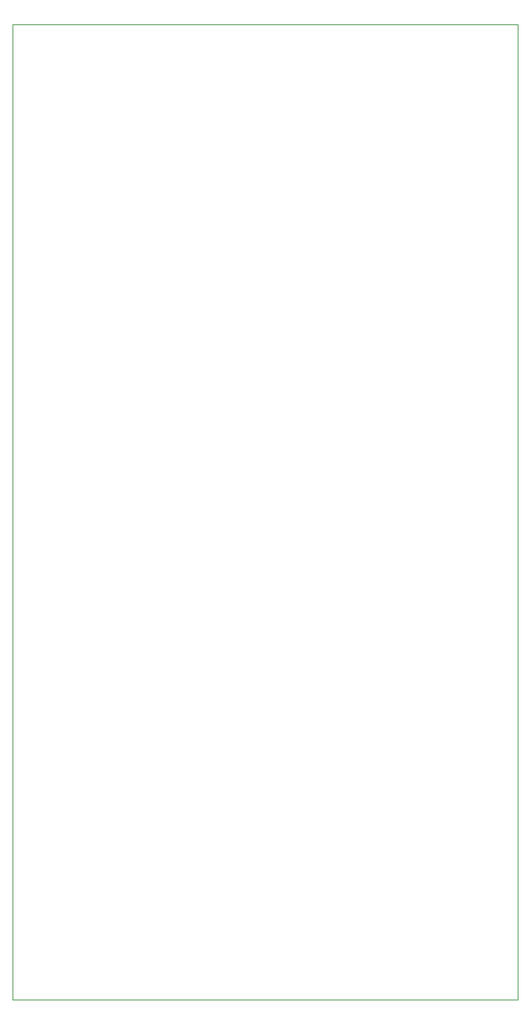
<source format=gm1>
%TF.GenerationSoftware,KiCad,Pcbnew,7.0.10*%
%TF.CreationDate,2024-03-26T03:22:52+05:30*%
%TF.ProjectId,Echo Cinematic,4563686f-2043-4696-9e65-6d617469632e,rev?*%
%TF.SameCoordinates,Original*%
%TF.FileFunction,Profile,NP*%
%FSLAX46Y46*%
G04 Gerber Fmt 4.6, Leading zero omitted, Abs format (unit mm)*
G04 Created by KiCad (PCBNEW 7.0.10) date 2024-03-26 03:22:52*
%MOMM*%
%LPD*%
G01*
G04 APERTURE LIST*
%TA.AperFunction,Profile*%
%ADD10C,0.050000*%
%TD*%
G04 APERTURE END LIST*
D10*
X65030000Y-36860000D02*
X122942000Y-36860000D01*
X122942000Y-148588000D01*
X65030000Y-148588000D01*
X65030000Y-36860000D01*
M02*

</source>
